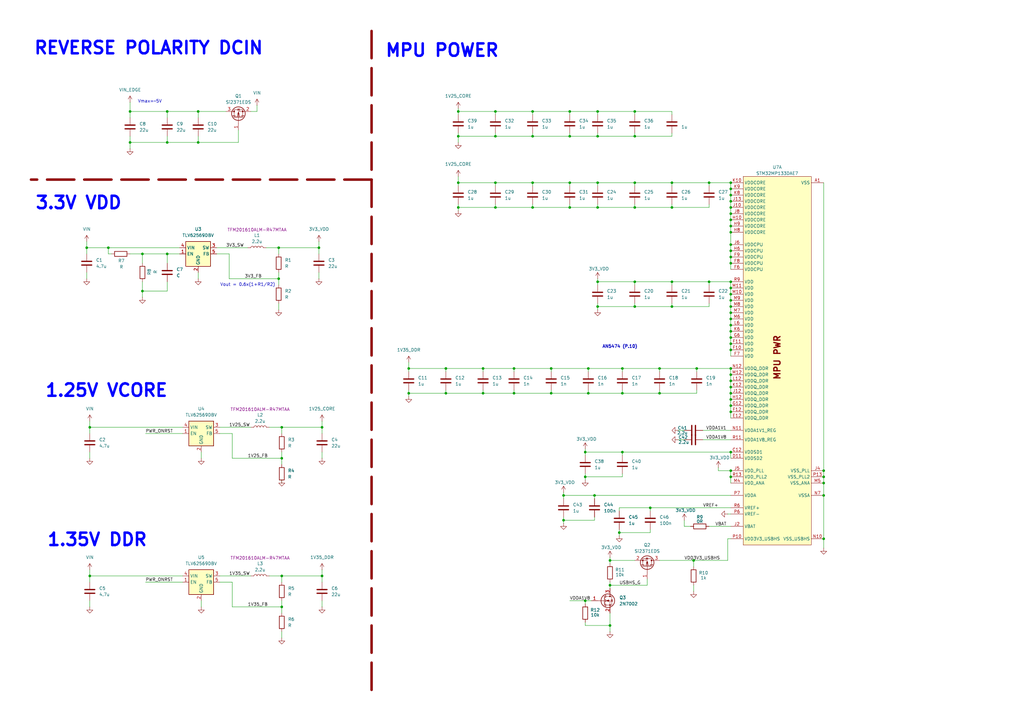
<source format=kicad_sch>
(kicad_sch (version 20250114) (generator "eeschema") (generator_version "9.0")
  (paper "A3")
  (title_block (title "ThingsCore-1") (date "2025-07-17") (rev "1"))
  (text "AN5474 (P.10)" (at 254.254 142.24 0) (effects (font (size 1.27 1.27) (thickness 0.254) (bold yes))))
  (text "1.25V VCORE\n" (at 43.688 160.274 0) (effects (font (size 5.08 5.08) (thickness 1.016) (bold yes))))
  (text "Vmax=~5V" (at 61.468 41.656 0) (effects (font (size 1.27 1.27))))
  (text "1.35V DDR\n" (at 39.878 221.488 0) (effects (font (size 5.08 5.08) (thickness 1.016) (bold yes))))
  (text "REVERSE POLARITY DCIN" (at 60.96 19.812 0) (effects (font (size 5.08 5.08) (thickness 1.016) (bold yes))))
  (text "MPU POWER" (at 181.356 20.828 0) (effects (font (size 5.08 5.08) (thickness 1.016) (bold yes))))
  (text "3.3V VDD" (at 32.258 83.312 0) (effects (font (size 5.08 5.08) (thickness 1.016) (bold yes))))
  (text "Vout = 0.6x(1+R1/R2)" (at 101.6 116.84 0) (effects (font (size 1.27 1.27))))
  (junction (at 266.7 208.28))
  (junction (at 53.34 45.72))
  (junction (at 299.72 143.51))
  (junction (at 250.19 256.54))
  (junction (at 53.34 58.42))
  (junction (at 210.82 151.13))
  (junction (at 240.03 246.38))
  (junction (at 36.83 236.22))
  (junction (at 58.42 119.38))
  (junction (at 275.59 115.57))
  (junction (at 290.83 115.57))
  (junction (at 337.82 220.98))
  (junction (at 203.2 55.88))
  (junction (at 115.57 187.96))
  (junction (at 114.3 114.3))
  (junction (at 299.72 120.65))
  (junction (at 299.72 74.93))
  (junction (at 299.72 82.55))
  (junction (at 299.72 195.58))
  (junction (at 255.27 185.42))
  (junction (at 299.72 105.41))
  (junction (at 299.72 158.75))
  (junction (at 299.72 92.71))
  (junction (at 68.58 58.42))
  (junction (at 270.51 161.29))
  (junction (at 299.72 135.89))
  (junction (at 58.42 104.14))
  (junction (at 241.3 161.29))
  (junction (at 299.72 102.87))
  (junction (at 284.48 229.87))
  (junction (at 299.72 130.81))
  (junction (at 254 218.44))
  (junction (at 245.11 45.72))
  (junction (at 299.72 87.63))
  (junction (at 210.82 161.29))
  (junction (at 255.27 151.13))
  (junction (at 240.03 185.42))
  (junction (at 299.72 123.19))
  (junction (at 187.96 74.93))
  (junction (at 233.68 55.88))
  (junction (at 299.72 95.25))
  (junction (at 114.3 101.6))
  (junction (at 299.72 151.13))
  (junction (at 132.08 175.26))
  (junction (at 81.28 45.72))
  (junction (at 260.35 45.72))
  (junction (at 337.82 203.2))
  (junction (at 245.11 55.88))
  (junction (at 231.14 203.2))
  (junction (at 81.28 58.42))
  (junction (at 275.59 85.09))
  (junction (at 299.72 125.73))
  (junction (at 260.35 125.73))
  (junction (at 337.82 195.58))
  (junction (at 299.72 138.43))
  (junction (at 260.35 55.88))
  (junction (at 130.81 101.6))
  (junction (at 203.2 85.09))
  (junction (at 270.51 151.13))
  (junction (at 240.03 195.58))
  (junction (at 260.35 85.09))
  (junction (at 299.72 118.11))
  (junction (at 299.72 115.57))
  (junction (at 233.68 45.72))
  (junction (at 290.83 74.93))
  (junction (at 115.57 175.26))
  (junction (at 275.59 74.93))
  (junction (at 35.56 101.6))
  (junction (at 198.12 161.29))
  (junction (at 218.44 55.88))
  (junction (at 218.44 45.72))
  (junction (at 299.72 107.95))
  (junction (at 299.72 161.29))
  (junction (at 187.96 45.72))
  (junction (at 243.84 203.2))
  (junction (at 299.72 185.42))
  (junction (at 275.59 125.73))
  (junction (at 245.11 74.93))
  (junction (at 115.57 248.92))
  (junction (at 299.72 77.47))
  (junction (at 226.06 161.29))
  (junction (at 299.72 153.67))
  (junction (at 299.72 168.91))
  (junction (at 299.72 133.35))
  (junction (at 299.72 166.37))
  (junction (at 167.64 161.29))
  (junction (at 241.3 151.13))
  (junction (at 250.19 229.87))
  (junction (at 299.72 156.21))
  (junction (at 299.72 85.09))
  (junction (at 231.14 213.36))
  (junction (at 198.12 151.13))
  (junction (at 182.88 161.29))
  (junction (at 167.64 151.13))
  (junction (at 233.68 85.09))
  (junction (at 203.2 74.93))
  (junction (at 337.82 198.12))
  (junction (at 218.44 74.93))
  (junction (at 115.57 236.22))
  (junction (at 299.72 193.04))
  (junction (at 299.72 140.97))
  (junction (at 226.06 151.13))
  (junction (at 299.72 90.17))
  (junction (at 245.11 85.09))
  (junction (at 36.83 175.26))
  (junction (at 44.45 101.6))
  (junction (at 337.82 193.04))
  (junction (at 299.72 100.33))
  (junction (at 285.75 151.13))
  (junction (at 218.44 85.09))
  (junction (at 260.35 115.57))
  (junction (at 187.96 55.88))
  (junction (at 299.72 128.27))
  (junction (at 260.35 74.93))
  (junction (at 68.58 45.72))
  (junction (at 203.2 45.72))
  (junction (at 132.08 236.22))
  (junction (at 299.72 163.83))
  (junction (at 233.68 74.93))
  (junction (at 245.11 125.73))
  (junction (at 187.96 85.09))
  (junction (at 182.88 151.13))
  (junction (at 245.11 115.57))
  (junction (at 299.72 80.01))
  (junction (at 68.58 104.14))
  (junction (at 255.27 161.29))
  (junction (at 250.19 240.03))
  (wire (pts (xy 115.57 185.42) (xy 115.57 187.96)))
  (wire (pts (xy 255.27 185.42) (xy 299.72 185.42)))
  (wire (pts (xy 210.82 161.29) (xy 226.06 161.29)))
  (wire (pts (xy 245.11 125.73) (xy 245.11 124.46)))
  (wire (pts (xy 290.83 85.09) (xy 290.83 83.82)))
  (wire (pts (xy 284.48 229.87) (xy 284.48 232.41)))
  (wire (pts (xy 298.45 210.82) (xy 299.72 210.82)))
  (wire (pts (xy 95.25 187.96) (xy 115.57 187.96)))
  (wire (pts (xy 284.48 240.03) (xy 284.48 242.57)))
  (wire (pts (xy 233.68 45.72) (xy 218.44 45.72)))
  (wire (pts (xy 245.11 85.09) (xy 260.35 85.09)))
  (wire (pts (xy 53.34 41.91) (xy 53.34 45.72)))
  (wire (pts (xy 233.68 45.72) (xy 233.68 46.99)))
  (wire (pts (xy 250.19 256.54) (xy 250.19 259.08)))
  (wire (pts (xy 294.64 191.77) (xy 294.64 193.04)))
  (wire (pts (xy 105.41 43.18) (xy 105.41 45.72)))
  (wire (pts (xy 36.83 246.38) (xy 36.83 248.92)))
  (wire (pts (xy 299.72 95.25) (xy 299.72 100.33)))
  (wire (pts (xy 53.34 104.14) (xy 58.42 104.14)))
  (wire (pts (xy 299.72 193.04) (xy 294.64 193.04)))
  (wire (pts (xy 187.96 74.93) (xy 187.96 76.2)))
  (wire (pts (xy 245.11 85.09) (xy 245.11 83.82)))
  (wire (pts (xy 299.72 215.9) (xy 290.83 215.9)))
  (wire (pts (xy 90.17 175.26) (xy 102.87 175.26)))
  (wire (pts (xy 81.28 45.72) (xy 81.28 48.26)))
  (wire (pts (xy 260.35 85.09) (xy 275.59 85.09)))
  (wire (pts (xy 68.58 45.72) (xy 81.28 45.72)))
  (wire (pts (xy 114.3 101.6) (xy 114.3 104.14)))
  (wire (pts (xy 250.19 229.87) (xy 250.19 231.14)))
  (wire (pts (xy 198.12 160.02) (xy 198.12 161.29)))
  (wire (pts (xy 278.13 180.34) (xy 280.67 180.34)))
  (wire (pts (xy 53.34 45.72) (xy 53.34 48.26)))
  (wire (pts (xy 299.72 125.73) (xy 299.72 128.27)))
  (wire (pts (xy 240.03 184.15) (xy 240.03 185.42)))
  (wire (pts (xy 265.43 240.03) (xy 265.43 237.49)))
  (wire (pts (xy 59.69 238.76) (xy 74.93 238.76)))
  (wire (pts (xy 299.72 128.27) (xy 299.72 130.81)))
  (wire (pts (xy 275.59 125.73) (xy 275.59 124.46)))
  (wire (pts (xy 337.82 198.12) (xy 337.82 203.2)))
  (wire (pts (xy 95.25 177.8) (xy 95.25 187.96)))
  (wire (pts (xy 299.72 102.87) (xy 299.72 105.41)))
  (wire (pts (xy 250.19 251.46) (xy 250.19 256.54)))
  (wire (pts (xy 167.64 161.29) (xy 167.64 160.02)))
  (wire (pts (xy 187.96 55.88) (xy 187.96 54.61)))
  (wire (pts (xy 210.82 151.13) (xy 210.82 152.4)))
  (wire (pts (xy 241.3 160.02) (xy 241.3 161.29)))
  (wire (pts (xy 275.59 115.57) (xy 275.59 116.84)))
  (wire (pts (xy 241.3 151.13) (xy 255.27 151.13)))
  (wire (pts (xy 240.03 246.38) (xy 242.57 246.38)))
  (wire (pts (xy 255.27 151.13) (xy 270.51 151.13)))
  (wire (pts (xy 81.28 111.76) (xy 81.28 114.3)))
  (wire (pts (xy 233.68 85.09) (xy 245.11 85.09)))
  (wire (pts (xy 299.72 100.33) (xy 299.72 102.87)))
  (wire (pts (xy 255.27 185.42) (xy 255.27 186.69)))
  (wire (pts (xy 45.72 104.14) (xy 44.45 104.14)))
  (wire (pts (xy 58.42 104.14) (xy 58.42 107.95)))
  (wire (pts (xy 35.56 101.6) (xy 35.56 104.14)))
  (wire (pts (xy 285.75 161.29) (xy 285.75 160.02)))
  (wire (pts (xy 275.59 85.09) (xy 275.59 83.82)))
  (wire (pts (xy 299.72 135.89) (xy 299.72 138.43)))
  (wire (pts (xy 68.58 58.42) (xy 81.28 58.42)))
  (wire (pts (xy 132.08 185.42) (xy 132.08 187.96)))
  (wire (pts (xy 102.87 45.72) (xy 105.41 45.72)))
  (wire (pts (xy 299.72 156.21) (xy 299.72 158.75)))
  (wire (pts (xy 115.57 236.22) (xy 132.08 236.22)))
  (wire (pts (xy 187.96 85.09) (xy 187.96 86.36)))
  (wire (pts (xy 132.08 246.38) (xy 132.08 248.92)))
  (wire (pts (xy 203.2 55.88) (xy 203.2 54.61)))
  (wire (pts (xy 114.3 101.6) (xy 130.81 101.6)))
  (wire (pts (xy 299.72 107.95) (xy 299.72 110.49)))
  (wire (pts (xy 90.17 177.8) (xy 95.25 177.8)))
  (wire (pts (xy 132.08 233.68) (xy 132.08 236.22)))
  (wire (pts (xy 260.35 85.09) (xy 260.35 83.82)))
  (wire (pts (xy 299.72 87.63) (xy 299.72 90.17)))
  (wire (pts (xy 53.34 45.72) (xy 68.58 45.72)))
  (wire (pts (xy 275.59 85.09) (xy 290.83 85.09)))
  (wire (pts (xy 275.59 74.93) (xy 275.59 76.2)))
  (wire (pts (xy 36.83 175.26) (xy 36.83 177.8)))
  (wire (pts (xy 275.59 45.72) (xy 275.59 46.99)))
  (wire (pts (xy 243.84 203.2) (xy 231.14 203.2)))
  (wire (pts (xy 299.72 115.57) (xy 290.83 115.57)))
  (wire (pts (xy 90.17 236.22) (xy 102.87 236.22)))
  (wire (pts (xy 260.35 55.88) (xy 275.59 55.88)))
  (wire (pts (xy 53.34 58.42) (xy 53.34 60.96)))
  (wire (pts (xy 167.64 151.13) (xy 167.64 152.4)))
  (wire (pts (xy 299.72 138.43) (xy 299.72 140.97)))
  (wire (pts (xy 81.28 58.42) (xy 97.79 58.42)))
  (wire (pts (xy 95.25 238.76) (xy 95.25 248.92)))
  (wire (pts (xy 88.9 101.6) (xy 101.6 101.6)))
  (wire (pts (xy 58.42 115.57) (xy 58.42 119.38)))
  (wire (pts (xy 280.67 213.36) (xy 280.67 215.9)))
  (wire (pts (xy 299.72 123.19) (xy 299.72 125.73)))
  (wire (pts (xy 115.57 246.38) (xy 115.57 248.92)))
  (polyline (pts (xy 152.4 73.66) (xy 12.7 73.66)) (stroke (width 1.016) (type dash) (color 132 0 0 1)))
  (wire (pts (xy 233.68 74.93) (xy 218.44 74.93)))
  (wire (pts (xy 270.51 151.13) (xy 270.51 152.4)))
  (wire (pts (xy 218.44 74.93) (xy 218.44 76.2)))
  (wire (pts (xy 254 208.28) (xy 266.7 208.28)))
  (wire (pts (xy 82.55 246.38) (xy 82.55 248.92)))
  (wire (pts (xy 250.19 240.03) (xy 265.43 240.03)))
  (wire (pts (xy 337.82 203.2) (xy 337.82 220.98)))
  (wire (pts (xy 275.59 74.93) (xy 260.35 74.93)))
  (wire (pts (xy 218.44 55.88) (xy 233.68 55.88)))
  (wire (pts (xy 299.72 74.93) (xy 290.83 74.93)))
  (wire (pts (xy 298.45 220.98) (xy 299.72 220.98)))
  (wire (pts (xy 203.2 55.88) (xy 218.44 55.88)))
  (wire (pts (xy 132.08 236.22) (xy 132.08 238.76)))
  (wire (pts (xy 255.27 161.29) (xy 270.51 161.29)))
  (wire (pts (xy 275.59 115.57) (xy 260.35 115.57)))
  (wire (pts (xy 203.2 45.72) (xy 218.44 45.72)))
  (wire (pts (xy 250.19 238.76) (xy 250.19 240.03)))
  (wire (pts (xy 243.84 203.2) (xy 299.72 203.2)))
  (wire (pts (xy 290.83 125.73) (xy 290.83 124.46)))
  (wire (pts (xy 36.83 236.22) (xy 36.83 238.76)))
  (wire (pts (xy 299.72 82.55) (xy 299.72 85.09)))
  (wire (pts (xy 115.57 236.22) (xy 115.57 238.76)))
  (wire (pts (xy 299.72 153.67) (xy 299.72 156.21)))
  (wire (pts (xy 255.27 194.31) (xy 255.27 195.58)))
  (wire (pts (xy 240.03 195.58) (xy 240.03 196.85)))
  (wire (pts (xy 270.51 161.29) (xy 285.75 161.29)))
  (wire (pts (xy 95.25 248.92) (xy 115.57 248.92)))
  (wire (pts (xy 115.57 259.08) (xy 115.57 261.62)))
  (wire (pts (xy 58.42 119.38) (xy 58.42 121.92)))
  (wire (pts (xy 299.72 163.83) (xy 299.72 166.37)))
  (wire (pts (xy 255.27 151.13) (xy 255.27 152.4)))
  (wire (pts (xy 210.82 160.02) (xy 210.82 161.29)))
  (wire (pts (xy 245.11 74.93) (xy 245.11 76.2)))
  (wire (pts (xy 231.14 201.93) (xy 231.14 203.2)))
  (wire (pts (xy 233.68 85.09) (xy 233.68 83.82)))
  (wire (pts (xy 218.44 74.93) (xy 203.2 74.93)))
  (wire (pts (xy 299.72 74.93) (xy 299.72 77.47)))
  (wire (pts (xy 299.72 133.35) (xy 299.72 135.89)))
  (wire (pts (xy 233.68 55.88) (xy 245.11 55.88)))
  (wire (pts (xy 68.58 104.14) (xy 73.66 104.14)))
  (wire (pts (xy 254 209.55) (xy 254 208.28)))
  (wire (pts (xy 299.72 151.13) (xy 299.72 153.67)))
  (wire (pts (xy 36.83 233.68) (xy 36.83 236.22)))
  (wire (pts (xy 59.69 177.8) (xy 74.93 177.8)))
  (wire (pts (xy 218.44 55.88) (xy 218.44 54.61)))
  (wire (pts (xy 187.96 55.88) (xy 203.2 55.88)))
  (wire (pts (xy 285.75 151.13) (xy 285.75 152.4)))
  (wire (pts (xy 82.55 185.42) (xy 82.55 187.96)))
  (wire (pts (xy 182.88 160.02) (xy 182.88 161.29)))
  (wire (pts (xy 58.42 119.38) (xy 68.58 119.38)))
  (wire (pts (xy 182.88 161.29) (xy 198.12 161.29)))
  (wire (pts (xy 218.44 85.09) (xy 233.68 85.09)))
  (wire (pts (xy 275.59 125.73) (xy 290.83 125.73)))
  (wire (pts (xy 299.72 85.09) (xy 299.72 87.63)))
  (wire (pts (xy 74.93 236.22) (xy 36.83 236.22)))
  (wire (pts (xy 240.03 195.58) (xy 255.27 195.58)))
  (wire (pts (xy 114.3 124.46) (xy 114.3 127)))
  (wire (pts (xy 245.11 45.72) (xy 245.11 46.99)))
  (wire (pts (xy 53.34 58.42) (xy 68.58 58.42)))
  (wire (pts (xy 288.29 180.34) (xy 299.72 180.34)))
  (wire (pts (xy 250.19 228.6) (xy 250.19 229.87)))
  (wire (pts (xy 299.72 120.65) (xy 299.72 123.19)))
  (wire (pts (xy 260.35 45.72) (xy 260.35 46.99)))
  (wire (pts (xy 233.68 246.38) (xy 240.03 246.38)))
  (wire (pts (xy 44.45 104.14) (xy 44.45 101.6)))
  (wire (pts (xy 226.06 160.02) (xy 226.06 161.29)))
  (wire (pts (xy 167.64 148.59) (xy 167.64 151.13)))
  (wire (pts (xy 299.72 166.37) (xy 299.72 168.91)))
  (wire (pts (xy 58.42 104.14) (xy 68.58 104.14)))
  (wire (pts (xy 299.72 140.97) (xy 299.72 143.51)))
  (wire (pts (xy 81.28 55.88) (xy 81.28 58.42)))
  (wire (pts (xy 36.83 172.72) (xy 36.83 175.26)))
  (wire (pts (xy 130.81 99.06) (xy 130.81 101.6)))
  (wire (pts (xy 231.14 213.36) (xy 231.14 214.63)))
  (wire (pts (xy 298.45 229.87) (xy 298.45 220.98)))
  (wire (pts (xy 68.58 104.14) (xy 68.58 107.95)))
  (wire (pts (xy 218.44 45.72) (xy 218.44 46.99)))
  (wire (pts (xy 243.84 212.09) (xy 243.84 213.36)))
  (wire (pts (xy 290.83 115.57) (xy 275.59 115.57)))
  (wire (pts (xy 260.35 74.93) (xy 245.11 74.93)))
  (wire (pts (xy 278.13 176.53) (xy 280.67 176.53)))
  (wire (pts (xy 337.82 74.93) (xy 337.82 193.04)))
  (wire (pts (xy 167.64 161.29) (xy 167.64 162.56)))
  (wire (pts (xy 245.11 55.88) (xy 245.11 54.61)))
  (wire (pts (xy 270.51 229.87) (xy 284.48 229.87)))
  (wire (pts (xy 299.72 115.57) (xy 299.72 118.11)))
  (wire (pts (xy 275.59 55.88) (xy 275.59 54.61)))
  (wire (pts (xy 115.57 187.96) (xy 115.57 190.5)))
  (wire (pts (xy 266.7 208.28) (xy 299.72 208.28)))
  (wire (pts (xy 266.7 208.28) (xy 266.7 209.55)))
  (wire (pts (xy 260.35 115.57) (xy 245.11 115.57)))
  (wire (pts (xy 255.27 185.42) (xy 240.03 185.42)))
  (wire (pts (xy 240.03 195.58) (xy 240.03 194.31)))
  (wire (pts (xy 132.08 175.26) (xy 132.08 177.8)))
  (wire (pts (xy 81.28 45.72) (xy 92.71 45.72)))
  (wire (pts (xy 187.96 55.88) (xy 187.96 58.42)))
  (wire (pts (xy 241.3 161.29) (xy 255.27 161.29)))
  (wire (pts (xy 115.57 198.12) (xy 115.57 196.85)))
  (wire (pts (xy 231.14 213.36) (xy 243.84 213.36)))
  (wire (pts (xy 109.22 101.6) (xy 114.3 101.6)))
  (wire (pts (xy 240.03 256.54) (xy 240.03 255.27)))
  (wire (pts (xy 299.72 161.29) (xy 299.72 163.83)))
  (wire (pts (xy 254 218.44) (xy 266.7 218.44)))
  (wire (pts (xy 299.72 80.01) (xy 299.72 82.55)))
  (wire (pts (xy 74.93 175.26) (xy 36.83 175.26)))
  (wire (pts (xy 93.98 104.14) (xy 93.98 114.3)))
  (wire (pts (xy 254 217.17) (xy 254 218.44)))
  (wire (pts (xy 68.58 55.88) (xy 68.58 58.42)))
  (wire (pts (xy 73.66 101.6) (xy 44.45 101.6)))
  (wire (pts (xy 187.96 45.72) (xy 203.2 45.72)))
  (wire (pts (xy 283.21 215.9) (xy 280.67 215.9)))
  (wire (pts (xy 245.11 74.93) (xy 233.68 74.93)))
  (wire (pts (xy 187.96 85.09) (xy 203.2 85.09)))
  (wire (pts (xy 198.12 161.29) (xy 210.82 161.29)))
  (wire (pts (xy 299.72 168.91) (xy 299.72 171.45)))
  (wire (pts (xy 288.29 176.53) (xy 299.72 176.53)))
  (wire (pts (xy 218.44 85.09) (xy 218.44 83.82)))
  (polyline (pts (xy 152.4 12.7) (xy 152.4 284.48)) (stroke (width 1.016) (type dash) (color 132 0 0 1)))
  (wire (pts (xy 245.11 125.73) (xy 260.35 125.73)))
  (wire (pts (xy 337.82 220.98) (xy 337.82 224.79)))
  (wire (pts (xy 226.06 151.13) (xy 226.06 152.4)))
  (wire (pts (xy 53.34 55.88) (xy 53.34 58.42)))
  (wire (pts (xy 270.51 151.13) (xy 285.75 151.13)))
  (wire (pts (xy 233.68 74.93) (xy 233.68 76.2)))
  (wire (pts (xy 198.12 151.13) (xy 210.82 151.13)))
  (wire (pts (xy 97.79 53.34) (xy 97.79 58.42)))
  (wire (pts (xy 284.48 229.87) (xy 298.45 229.87)))
  (wire (pts (xy 299.72 195.58) (xy 299.72 198.12)))
  (wire (pts (xy 187.96 45.72) (xy 187.96 46.99)))
  (wire (pts (xy 88.9 104.14) (xy 93.98 104.14)))
  (wire (pts (xy 187.96 74.93) (xy 203.2 74.93)))
  (wire (pts (xy 187.96 85.09) (xy 187.96 83.82)))
  (wire (pts (xy 241.3 151.13) (xy 241.3 152.4)))
  (wire (pts (xy 114.3 114.3) (xy 114.3 116.84)))
  (wire (pts (xy 245.11 125.73) (xy 245.11 127)))
  (wire (pts (xy 240.03 185.42) (xy 240.03 186.69)))
  (wire (pts (xy 245.11 55.88) (xy 260.35 55.88)))
  (wire (pts (xy 132.08 172.72) (xy 132.08 175.26)))
  (wire (pts (xy 115.57 175.26) (xy 132.08 175.26)))
  (wire (pts (xy 68.58 45.72) (xy 68.58 48.26)))
  (wire (pts (xy 260.35 45.72) (xy 245.11 45.72)))
  (wire (pts (xy 187.96 45.72) (xy 187.96 44.45)))
  (wire (pts (xy 203.2 85.09) (xy 218.44 85.09)))
  (wire (pts (xy 130.81 111.76) (xy 130.81 114.3)))
  (wire (pts (xy 110.49 175.26) (xy 115.57 175.26)))
  (wire (pts (xy 233.68 55.88) (xy 233.68 54.61)))
  (wire (pts (xy 299.72 193.04) (xy 299.72 195.58)))
  (wire (pts (xy 130.81 101.6) (xy 130.81 104.14)))
  (wire (pts (xy 210.82 151.13) (xy 226.06 151.13)))
  (wire (pts (xy 110.49 236.22) (xy 115.57 236.22)))
  (wire (pts (xy 299.72 77.47) (xy 299.72 80.01)))
  (wire (pts (xy 93.98 114.3) (xy 114.3 114.3)))
  (wire (pts (xy 187.96 72.39) (xy 187.96 74.93)))
  (wire (pts (xy 203.2 85.09) (xy 203.2 83.82)))
  (wire (pts (xy 299.72 158.75) (xy 299.72 161.29)))
  (wire (pts (xy 290.83 115.57) (xy 290.83 116.84)))
  (wire (pts (xy 245.11 45.72) (xy 233.68 45.72)))
  (wire (pts (xy 44.45 101.6) (xy 35.56 101.6)))
  (wire (pts (xy 260.35 115.57) (xy 260.35 116.84)))
  (wire (pts (xy 299.72 143.51) (xy 299.72 146.05)))
  (wire (pts (xy 275.59 45.72) (xy 260.35 45.72)))
  (wire (pts (xy 198.12 151.13) (xy 198.12 152.4)))
  (wire (pts (xy 337.82 193.04) (xy 337.82 195.58)))
  (wire (pts (xy 115.57 248.92) (xy 115.57 251.46)))
  (wire (pts (xy 250.19 240.03) (xy 250.19 241.3)))
  (wire (pts (xy 337.82 195.58) (xy 337.82 198.12)))
  (wire (pts (xy 167.64 161.29) (xy 182.88 161.29)))
  (wire (pts (xy 182.88 151.13) (xy 198.12 151.13)))
  (wire (pts (xy 245.11 115.57) (xy 245.11 116.84)))
  (wire (pts (xy 285.75 151.13) (xy 299.72 151.13)))
  (wire (pts (xy 260.35 125.73) (xy 260.35 124.46)))
  (wire (pts (xy 270.51 160.02) (xy 270.51 161.29)))
  (wire (pts (xy 68.58 115.57) (xy 68.58 119.38)))
  (wire (pts (xy 182.88 151.13) (xy 182.88 152.4)))
  (wire (pts (xy 35.56 111.76) (xy 35.56 114.3)))
  (wire (pts (xy 299.72 105.41) (xy 299.72 107.95)))
  (wire (pts (xy 203.2 74.93) (xy 203.2 76.2)))
  (wire (pts (xy 35.56 99.06) (xy 35.56 101.6)))
  (wire (pts (xy 240.03 256.54) (xy 250.19 256.54)))
  (wire (pts (xy 90.17 238.76) (xy 95.25 238.76)))
  (wire (pts (xy 266.7 218.44) (xy 266.7 217.17)))
  (wire (pts (xy 231.14 213.36) (xy 231.14 212.09)))
  (wire (pts (xy 255.27 160.02) (xy 255.27 161.29)))
  (wire (pts (xy 203.2 45.72) (xy 203.2 46.99)))
  (wire (pts (xy 260.35 125.73) (xy 275.59 125.73)))
  (wire (pts (xy 260.35 55.88) (xy 260.35 54.61)))
  (wire (pts (xy 226.06 161.29) (xy 241.3 161.29)))
  (wire (pts (xy 245.11 114.3) (xy 245.11 115.57)))
  (wire (pts (xy 254 218.44) (xy 254 219.71)))
  (wire (pts (xy 299.72 187.96) (xy 299.72 185.42)))
  (wire (pts (xy 299.72 118.11) (xy 299.72 120.65)))
  (wire (pts (xy 114.3 111.76) (xy 114.3 114.3)))
  (wire (pts (xy 299.72 92.71) (xy 299.72 95.25)))
  (wire (pts (xy 231.14 203.2) (xy 231.14 204.47)))
  (wire (pts (xy 290.83 74.93) (xy 290.83 76.2)))
  (wire (pts (xy 167.64 151.13) (xy 182.88 151.13)))
  (wire (pts (xy 299.72 90.17) (xy 299.72 92.71)))
  (wire (pts (xy 290.83 74.93) (xy 275.59 74.93)))
  (wire (pts (xy 243.84 203.2) (xy 243.84 204.47)))
  (wire (pts (xy 36.83 185.42) (xy 36.83 187.96)))
  (wire (pts (xy 260.35 74.93) (xy 260.35 76.2)))
  (wire (pts (xy 115.57 175.26) (xy 115.57 177.8)))
  (wire (pts (xy 240.03 246.38) (xy 240.03 247.65)))
  (wire (pts (xy 299.72 130.81) (xy 299.72 133.35)))
  (wire (pts (xy 250.19 229.87) (xy 260.35 229.87)))
  (wire (pts (xy 226.06 151.13) (xy 241.3 151.13)))
  (label "1V35_SW" (at 93.98 236.22 0))
  (label "PWR_ONRST" (at 59.69 177.8 0))
  (label "USBHS_G" (at 254 240.03 0))
  (label "1V25_FB" (at 101.6 187.96 0))
  (label "1V25_SW" (at 93.98 175.26 0))
  (label "3V3_FB" (at 100.33 114.3 0))
  (label "VREF+" (at 288.29 208.28 0))
  (label "1V35_FB" (at 101.6 248.92 0))
  (label "VDDA1V1" (at 289.56 176.53 0))
  (label "PWR_ONRST" (at 59.69 238.76 0))
  (label "3V3_SW" (at 92.71 101.6 0))
  (label "VDDA1V8" (at 233.68 246.38 0))
  (label "VBAT" (at 293.37 215.9 0))
  (label "VDD3V3_USBHS" (at 280.67 229.87 0))
  (label "VDDA1V8" (at 289.56 180.34 0))
  (symbol (lib_id "power:+1V0") (at 36.83 172.72 0) (unit 1)
    (property "Reference" "#PWR04" (effects (hide yes)))
    (property "Value" "VIN" (at 36.83 167.64 0))
    (property "Description" "Power symbol creates a global label with name \"+1V0\"" (effects (hide yes)))
  )
  (symbol (lib_id "Device:C") (at 233.68 50.8 180) (unit 1)
    (property "Reference" "C34" (at 237.49 49.5299 0) (effects (justify right)))
    (property "Value" "1u" (at 237.49 52.0699 0) (effects (justify right)))
    (property "Footprint" "Capacitor_SMD:C_0402_1005Metric" (effects (hide yes)))
    (property "Description" "Unpolarized capacitor" (effects (hide yes)))
  )
  (symbol (lib_id "Device:L") (at 105.41 101.6 90) (unit 1)
    (property "Reference" "L1" (at 105.41 96.52 90))
    (property "Value" "2.2u" (at 105.41 99.06 90))
    (property "Footprint" "Inductor_SMD:L_Murata_DFE201610P" (effects (hide yes)))
    (property "Description" "TFM201610ALM-R47MTAA" (at 105.41 94.234 90))
  )
  (symbol (lib_id "Device:C") (at 284.48 176.53 270) (unit 1)
    (property "Reference" "C41" (at 279.908 175.514 90))
    (property "Value" "2.2u" (at 279.908 177.546 90))
    (property "Footprint" "Capacitor_SMD:C_0402_1005Metric" (effects (hide yes)))
    (property "Description" "Unpolarized capacitor" (effects (hide yes)))
  )
  (symbol (lib_id "Device:R") (at 284.48 236.22 180) (unit 1)
    (property "Reference" "R10" (at 288.544 234.95 0))
    (property "Value" "1k" (at 288.544 236.982 0))
    (property "Footprint" "Resistor_SMD:R_0402_1005Metric" (effects (hide yes)))
    (property "Description" "Resistor" (effects (hide yes)))
  )
  (symbol (lib_id "Regulator_Switching:TLV62569DBV") (at 82.55 177.8 0) (unit 1)
    (property "Reference" "U4" (at 82.55 167.64 0))
    (property "Value" "TLV62569DBV" (at 82.55 170.18 0))
    (property "Footprint" "Package_TO_SOT_SMD:SOT-23-5_HandSoldering" (effects (hide yes)))
    (property "Datasheet" "http://www.ti.com/lit/ds/symlink/tlv62569.pdf" (effects (hide yes)))
    (property "Description" "High Efficiency Synchronous Buck Converter, Adjustable Output 0.6V-5.5V, 2A, SOT-23-5" (effects (hide yes)))
  )
  (symbol (lib_id "Device:C") (at 275.59 120.65 180) (unit 1)
    (property "Reference" "C21" (at 279.4 119.3799 0) (effects (justify right)))
    (property "Value" "1u" (at 279.4 121.9199 0) (effects (justify right)))
    (property "Footprint" "Capacitor_SMD:C_0402_1005Metric" (effects (hide yes)))
    (property "Description" "Unpolarized capacitor" (effects (hide yes)))
  )
  (symbol (lib_id "power:+1V0") (at 105.41 43.18 0) (unit 1)
    (property "Reference" "#PWR020" (effects (hide yes)))
    (property "Value" "VIN" (at 105.41 38.1 0))
    (property "Description" "Power symbol creates a global label with name \"+1V0\"" (effects (hide yes)))
  )
  (symbol (lib_id "power:GND") (at 240.03 196.85 0) (unit 1)
    (property "Reference" "#PWR033" (effects (hide yes)))
    (property "Value" "GND" (effects (hide yes)))
    (property "Description" "Power symbol creates a global label with name \"GND\" , ground" (effects (hide yes)))
  )
  (symbol (lib_id "Transistor_FET:Si2371EDS") (at 97.79 48.26 90) (unit 1)
    (property "Reference" "Q1" (at 97.79 39.37 90))
    (property "Value" "Si2371EDS" (at 97.79 41.91 90))
    (property "Footprint" "Package_TO_SOT_SMD:SOT-23" (effects (hide yes)))
    (property "Datasheet" "http://www.vishay.com/docs/63924/si2371eds.pdf" (effects (hide yes)))
    (property "Description" "-3.6A Id, -30V Vds, P-Channel MOSFET, SOT-23" (effects (hide yes)))
  )
  (symbol (lib_id "power:GND") (at 187.96 58.42 0) (unit 1)
    (property "Reference" "#PWR030" (effects (hide yes)))
    (property "Value" "GND" (effects (hide yes)))
    (property "Description" "Power symbol creates a global label with name \"GND\" , ground" (effects (hide yes)))
  )
  (symbol (lib_id "power:GND") (at 284.48 242.57 0) (unit 1)
    (property "Reference" "#PWR042" (effects (hide yes)))
    (property "Value" "GND" (effects (hide yes)))
    (property "Description" "Power symbol creates a global label with name \"GND\" , ground" (effects (hide yes)))
  )
  (symbol (lib_id "Device:C") (at 231.14 208.28 180) (unit 1)
    (property "Reference" "C43" (at 234.95 207.0099 0) (effects (justify right)))
    (property "Value" "1u" (at 234.95 209.5499 0) (effects (justify right)))
    (property "Footprint" "Capacitor_SMD:C_0402_1005Metric" (effects (hide yes)))
    (property "Description" "Unpolarized capacitor" (effects (hide yes)))
  )
  (symbol (lib_id "power:+1V0") (at 167.64 148.59 0) (mirror y) (unit 1)
    (property "Reference" "#PWR024" (effects (hide yes)))
    (property "Value" "1V35_DDR" (at 167.64 143.51 0))
    (property "Description" "Power symbol creates a global label with name \"+1V0\"" (effects (hide yes)))
  )
  (symbol (lib_id "Device:C") (at 187.96 80.01 180) (unit 1)
    (property "Reference" "C28" (at 191.77 78.7399 0) (effects (justify right)))
    (property "Value" "1u" (at 191.77 81.2799 0) (effects (justify right)))
    (property "Footprint" "Capacitor_SMD:C_0402_1005Metric" (effects (hide yes)))
    (property "Description" "Unpolarized capacitor" (effects (hide yes)))
  )
  (symbol (lib_id "Device:C") (at 243.84 208.28 180) (unit 1)
    (property "Reference" "C44" (at 247.65 207.0099 0) (effects (justify right)))
    (property "Value" "100n" (at 247.65 209.5499 0) (effects (justify right)))
    (property "Footprint" "Capacitor_SMD:C_0402_1005Metric" (effects (hide yes)))
    (property "Description" "Unpolarized capacitor" (effects (hide yes)))
  )
  (symbol (lib_id "Regulator_Switching:TLV62569DBV") (at 81.28 104.14 0) (unit 1)
    (property "Reference" "U3" (at 81.28 93.98 0))
    (property "Value" "TLV62569DBV" (at 81.28 96.52 0))
    (property "Footprint" "Package_TO_SOT_SMD:SOT-23-5_HandSoldering" (effects (hide yes)))
    (property "Datasheet" "http://www.ti.com/lit/ds/symlink/tlv62569.pdf" (effects (hide yes)))
    (property "Description" "High Efficiency Synchronous Buck Converter, Adjustable Output 0.6V-5.5V, 2A, SOT-23-5" (effects (hide yes)))
  )
  (symbol (lib_id "power:+1V0") (at 132.08 172.72 0) (unit 1)
    (property "Reference" "#PWR010" (effects (hide yes)))
    (property "Value" "1V25_CORE" (at 132.08 167.64 0))
    (property "Description" "Power symbol creates a global label with name \"+1V0\"" (effects (hide yes)))
  )
  (symbol (lib_id "Transistor_FET:Si2371EDS") (at 265.43 232.41 270) (mirror x) (unit 1)
    (property "Reference" "Q2" (at 265.43 223.52 90))
    (property "Value" "Si2371EDS" (at 265.43 226.06 90))
    (property "Footprint" "Package_TO_SOT_SMD:SOT-23" (effects (hide yes)))
    (property "Datasheet" "http://www.vishay.com/docs/63924/si2371eds.pdf" (effects (hide yes)))
    (property "Description" "-3.6A Id, -30V Vds, P-Channel MOSFET, SOT-23" (effects (hide yes)))
  )
  (symbol (lib_id "Device:C") (at 210.82 156.21 180) (unit 1)
    (property "Reference" "C14" (at 214.63 154.9399 0) (effects (justify right)))
    (property "Value" "1n" (at 214.63 157.4799 0) (effects (justify right)))
    (property "Footprint" "Capacitor_SMD:C_0402_1005Metric" (effects (hide yes)))
    (property "Description" "Unpolarized capacitor" (effects (hide yes)))
  )
  (symbol (lib_id "Regulator_Switching:TLV62569DBV") (at 82.55 238.76 0) (unit 1)
    (property "Reference" "U5" (at 82.55 228.6 0))
    (property "Value" "TLV62569DBV" (at 82.55 231.14 0))
    (property "Footprint" "Package_TO_SOT_SMD:SOT-23-5_HandSoldering" (effects (hide yes)))
    (property "Datasheet" "http://www.ti.com/lit/ds/symlink/tlv62569.pdf" (effects (hide yes)))
    (property "Description" "High Efficiency Synchronous Buck Converter, Adjustable Output 0.6V-5.5V, 2A, SOT-23-5" (effects (hide yes)))
  )
  (symbol (lib_id "Device:R") (at 114.3 120.65 0) (unit 1)
    (property "Reference" "R2" (at 116.84 119.3799 0) (effects (justify left)))
    (property "Value" "R" (at 116.84 121.9199 0) (effects (justify left)))
    (property "Footprint" "Resistor_SMD:R_0402_1005Metric" (effects (hide yes)))
    (property "Description" "Resistor" (effects (hide yes)))
  )
  (symbol (lib_id "power:GND") (at 250.19 259.08 0) (unit 1)
    (property "Reference" "#PWR044" (effects (hide yes)))
    (property "Value" "GND" (effects (hide yes)))
    (property "Description" "Power symbol creates a global label with name \"GND\" , ground" (effects (hide yes)))
  )
  (symbol (lib_id "Device:C") (at 284.48 180.34 270) (unit 1)
    (property "Reference" "C42" (at 280.162 179.324 90))
    (property "Value" "2.2u" (at 280.416 181.356 90))
    (property "Footprint" "Capacitor_SMD:C_0402_1005Metric" (effects (hide yes)))
    (property "Description" "Unpolarized capacitor" (effects (hide yes)))
  )
  (symbol (lib_id "Device:C") (at 187.96 50.8 180) (unit 1)
    (property "Reference" "C39" (at 191.77 49.5299 0) (effects (justify right)))
    (property "Value" "1u" (at 191.77 52.0699 0) (effects (justify right)))
    (property "Footprint" "Capacitor_SMD:C_0402_1005Metric" (effects (hide yes)))
    (property "Description" "Unpolarized capacitor" (effects (hide yes)))
  )
  (symbol (lib_id "Device:C") (at 290.83 120.65 180) (unit 1)
    (property "Reference" "C22" (at 294.64 119.3799 0) (effects (justify right)))
    (property "Value" "1u" (at 294.64 121.9199 0) (effects (justify right)))
    (property "Footprint" "Capacitor_SMD:C_0402_1005Metric" (effects (hide yes)))
    (property "Description" "Unpolarized capacitor" (effects (hide yes)))
  )
  (symbol (lib_id "Device:C") (at 36.83 242.57 180) (unit 1)
    (property "Reference" "C5" (at 40.64 241.2999 0) (effects (justify right)))
    (property "Value" "4.7u" (at 40.64 243.8399 0) (effects (justify right)))
    (property "Footprint" "Capacitor_SMD:C_0603_1608Metric" (effects (hide yes)))
    (property "Description" "Unpolarized capacitor" (effects (hide yes)))
  )
  (symbol (lib_id "Device:C") (at 245.11 50.8 180) (unit 1)
    (property "Reference" "C35" (at 248.92 49.5299 0) (effects (justify right)))
    (property "Value" "1u" (at 248.92 52.0699 0) (effects (justify right)))
    (property "Footprint" "Capacitor_SMD:C_0402_1005Metric" (effects (hide yes)))
    (property "Description" "Unpolarized capacitor" (effects (hide yes)))
  )
  (symbol (lib_id "Device:C") (at 255.27 156.21 180) (unit 1)
    (property "Reference" "C17" (at 259.08 154.9399 0) (effects (justify right)))
    (property "Value" "1n" (at 259.08 157.4799 0) (effects (justify right)))
    (property "Footprint" "Capacitor_SMD:C_0402_1005Metric" (effects (hide yes)))
    (property "Description" "Unpolarized capacitor" (effects (hide yes)))
  )
  (symbol (lib_id "Device:R") (at 287.02 215.9 90) (unit 1)
    (property "Reference" "R9" (at 287.02 212.09 90))
    (property "Value" "0R" (at 287.02 213.868 90))
    (property "Footprint" "Resistor_SMD:R_0402_1005Metric" (effects (hide yes)))
    (property "Description" "Resistor" (effects (hide yes)))
  )
  (symbol (lib_id "Device:C") (at 203.2 50.8 180) (unit 1)
    (property "Reference" "C32" (at 207.01 49.5299 0) (effects (justify right)))
    (property "Value" "1u" (at 207.01 52.0699 0) (effects (justify right)))
    (property "Footprint" "Capacitor_SMD:C_0402_1005Metric" (effects (hide yes)))
    (property "Description" "Unpolarized capacitor" (effects (hide yes)))
  )
  (symbol (lib_id "power:+1V0") (at 130.81 99.06 0) (unit 1)
    (property "Reference" "#PWR08" (effects (hide yes)))
    (property "Value" "3V3_VDD" (at 130.81 93.98 0))
    (property "Description" "Power symbol creates a global label with name \"+1V0\"" (effects (hide yes)))
  )
  (symbol (lib_id "power:GND") (at 115.57 261.62 0) (unit 1)
    (property "Reference" "#PWR015" (effects (hide yes)))
    (property "Value" "GND" (effects (hide yes)))
    (property "Description" "Power symbol creates a global label with name \"GND\" , ground" (effects (hide yes)))
  )
  (symbol (lib_id "power:GND") (at 132.08 187.96 0) (unit 1)
    (property "Reference" "#PWR011" (effects (hide yes)))
    (property "Value" "GND" (effects (hide yes)))
    (property "Description" "Power symbol creates a global label with name \"GND\" , ground" (effects (hide yes)))
  )
  (symbol (lib_id "Device:R") (at 115.57 194.31 0) (unit 1)
    (property "Reference" "R4" (at 118.11 193.0399 0) (effects (justify left)))
    (property "Value" "R" (at 118.11 195.5799 0) (effects (justify left)))
    (property "Footprint" "Resistor_SMD:R_0402_1005Metric" (effects (hide yes)))
    (property "Description" "Resistor" (effects (hide yes)))
  )
  (symbol (lib_id "power:GND") (at 167.64 162.56 0) (unit 1)
    (property "Reference" "#PWR025" (effects (hide yes)))
    (property "Value" "GND" (effects (hide yes)))
    (property "Description" "Power symbol creates a global label with name \"GND\" , ground" (effects (hide yes)))
  )
  (symbol (lib_id "Device:C") (at 218.44 80.01 180) (unit 1)
    (property "Reference" "C30" (at 222.25 78.7399 0) (effects (justify right)))
    (property "Value" "1u" (at 222.25 81.2799 0) (effects (justify right)))
    (property "Footprint" "Capacitor_SMD:C_0402_1005Metric" (effects (hide yes)))
    (property "Description" "Unpolarized capacitor" (effects (hide yes)))
  )
  (symbol (lib_id "power:GND") (at 231.14 214.63 0) (unit 1)
    (property "Reference" "#PWR038" (effects (hide yes)))
    (property "Value" "GND" (effects (hide yes)))
    (property "Description" "Power symbol creates a global label with name \"GND\" , ground" (effects (hide yes)))
  )
  (symbol (lib_id "power:GND") (at 115.57 196.85 0) (unit 1)
    (property "Reference" "#PWR07" (effects (hide yes)))
    (property "Value" "GND" (effects (hide yes)))
    (property "Description" "Power symbol creates a global label with name \"GND\" , ground" (effects (hide yes)))
  )
  (symbol (lib_id "Device:R") (at 115.57 242.57 0) (unit 1)
    (property "Reference" "R5" (at 118.11 241.2999 0) (effects (justify left)))
    (property "Value" "R" (at 118.11 243.8399 0) (effects (justify left)))
    (property "Footprint" "Resistor_SMD:R_0402_1005Metric" (effects (hide yes)))
    (property "Description" "Resistor" (effects (hide yes)))
  )
  (symbol (lib_id "power:+1V0") (at 36.83 233.68 0) (unit 1)
    (property "Reference" "#PWR012" (effects (hide yes)))
    (property "Value" "VIN" (at 36.83 228.6 0))
    (property "Description" "Power symbol creates a global label with name \"+1V0\"" (effects (hide yes)))
  )
  (symbol (lib_id "Device:C") (at 266.7 213.36 180) (unit 1)
    (property "Reference" "C46" (at 270.51 212.0899 0) (effects (justify right)))
    (property "Value" "100n" (at 270.51 214.6299 0) (effects (justify right)))
    (property "Footprint" "Capacitor_SMD:C_0402_1005Metric" (effects (hide yes)))
    (property "Description" "Unpolarized capacitor" (effects (hide yes)))
  )
  (symbol (lib_id "power:GND") (at 36.83 248.92 0) (unit 1)
    (property "Reference" "#PWR013" (effects (hide yes)))
    (property "Value" "GND" (effects (hide yes)))
    (property "Description" "Power symbol creates a global label with name \"GND\" , ground" (effects (hide yes)))
  )
  (symbol (lib_id "Device:C") (at 260.35 80.01 180) (unit 1)
    (property "Reference" "C25" (at 264.16 78.7399 0) (effects (justify right)))
    (property "Value" "1u" (at 264.16 81.2799 0) (effects (justify right)))
    (property "Footprint" "Capacitor_SMD:C_0402_1005Metric" (effects (hide yes)))
    (property "Description" "Unpolarized capacitor" (effects (hide yes)))
  )
  (symbol (lib_id "Device:C") (at 255.27 190.5 180) (unit 1)
    (property "Reference" "C40" (at 259.08 189.2299 0) (effects (justify right)))
    (property "Value" "1u" (at 259.08 191.7699 0) (effects (justify right)))
    (property "Footprint" "Capacitor_SMD:C_0402_1005Metric" (effects (hide yes)))
    (property "Description" "Unpolarized capacitor" (effects (hide yes)))
  )
  (symbol (lib_id "power:GND") (at 130.81 114.3 0) (unit 1)
    (property "Reference" "#PWR09" (effects (hide yes)))
    (property "Value" "GND" (effects (hide yes)))
    (property "Description" "Power symbol creates a global label with name \"GND\" , ground" (effects (hide yes)))
  )
  (symbol (lib_id "power:GND") (at 187.96 86.36 0) (unit 1)
    (property "Reference" "#PWR029" (effects (hide yes)))
    (property "Value" "GND" (effects (hide yes)))
    (property "Description" "Power symbol creates a global label with name \"GND\" , ground" (effects (hide yes)))
  )
  (symbol (lib_id "power:GND") (at 245.11 127 0) (unit 1)
    (property "Reference" "#PWR028" (effects (hide yes)))
    (property "Value" "GND" (effects (hide yes)))
    (property "Description" "Power symbol creates a global label with name \"GND\" , ground" (effects (hide yes)))
  )
  (symbol (lib_id "Device:C") (at 290.83 80.01 180) (unit 1)
    (property "Reference" "C27" (at 294.64 78.7399 0) (effects (justify right)))
    (property "Value" "1u" (at 294.64 81.2799 0) (effects (justify right)))
    (property "Footprint" "Capacitor_SMD:C_0402_1005Metric" (effects (hide yes)))
    (property "Description" "Unpolarized capacitor" (effects (hide yes)))
  )
  (symbol (lib_id "Device:C") (at 132.08 242.57 180) (unit 1)
    (property "Reference" "C6" (at 135.89 241.2999 0) (effects (justify right)))
    (property "Value" "22u" (at 135.89 243.8399 0) (effects (justify right)))
    (property "Footprint" "Capacitor_SMD:C_0805_2012Metric" (effects (hide yes)))
    (property "Description" "Unpolarized capacitor" (effects (hide yes)))
  )
  (symbol (lib_id "Device:C") (at 260.35 50.8 180) (unit 1)
    (property "Reference" "C36" (at 264.16 49.5299 0) (effects (justify right)))
    (property "Value" "1u" (at 264.16 52.0699 0) (effects (justify right)))
    (property "Footprint" "Capacitor_SMD:C_0402_1005Metric" (effects (hide yes)))
    (property "Description" "Unpolarized capacitor" (effects (hide yes)))
  )
  (symbol (lib_id "Device:C") (at 270.51 156.21 180) (unit 1)
    (property "Reference" "C18" (at 274.32 154.9399 0) (effects (justify right)))
    (property "Value" "1n" (at 274.32 157.4799 0) (effects (justify right)))
    (property "Footprint" "Capacitor_SMD:C_0402_1005Metric" (effects (hide yes)))
    (property "Description" "Unpolarized capacitor" (effects (hide yes)))
  )
  (symbol (lib_id "power:+1V0") (at 240.03 184.15 0) (unit 1)
    (property "Reference" "#PWR032" (effects (hide yes)))
    (property "Value" "3V3_VDD" (at 240.538 180.086 0))
    (property "Description" "Power symbol creates a global label with name \"+1V0\"" (effects (hide yes)))
  )
  (symbol (lib_id "power:GND") (at 81.28 114.3 0) (unit 1)
    (property "Reference" "#PWR02" (effects (hide yes)))
    (property "Value" "GND" (effects (hide yes)))
    (property "Description" "Power symbol creates a global label with name \"GND\" , ground" (effects (hide yes)))
  )
  (symbol (lib_id "Device:R") (at 58.42 111.76 180) (unit 1)
    (property "Reference" "R8" (at 61.214 111.506 90))
    (property "Value" "R" (at 63.754 111.506 90))
    (property "Footprint" "Resistor_SMD:R_0402_1005Metric" (effects (hide yes)))
    (property "Description" "Resistor" (effects (hide yes)))
  )
  (symbol (lib_id "Device:C") (at 218.44 50.8 180) (unit 1)
    (property "Reference" "C33" (at 222.25 49.5299 0) (effects (justify right)))
    (property "Value" "1u" (at 222.25 52.0699 0) (effects (justify right)))
    (property "Footprint" "Capacitor_SMD:C_0402_1005Metric" (effects (hide yes)))
    (property "Description" "Unpolarized capacitor" (effects (hide yes)))
  )
  (symbol (lib_id "Device:R") (at 49.53 104.14 90) (unit 1)
    (property "Reference" "R7" (at 49.784 106.934 90))
    (property "Value" "R" (at 49.784 109.474 90))
    (property "Footprint" "Resistor_SMD:R_0402_1005Metric" (effects (hide yes)))
    (property "Description" "Resistor" (effects (hide yes)))
  )
  (symbol (lib_id "power:+1V0") (at 132.08 233.68 0) (unit 1)
    (property "Reference" "#PWR017" (effects (hide yes)))
    (property "Value" "1V35_DDR" (at 132.08 228.6 0))
    (property "Description" "Power symbol creates a global label with name \"+1V0\"" (effects (hide yes)))
  )
  (symbol (lib_id "Device:C") (at 182.88 156.21 180) (unit 1)
    (property "Reference" "C12" (at 186.69 154.9399 0) (effects (justify right)))
    (property "Value" "1u" (at 186.69 157.4799 0) (effects (justify right)))
    (property "Footprint" "Capacitor_SMD:C_0402_1005Metric" (effects (hide yes)))
    (property "Description" "Unpolarized capacitor" (effects (hide yes)))
  )
  (symbol (lib_id "Device:C") (at 81.28 52.07 180) (unit 1)
    (property "Reference" "C10" (at 85.09 50.7999 0) (effects (justify right)))
    (property "Value" "22u" (at 85.09 53.3399 0) (effects (justify right)))
    (property "Footprint" "Capacitor_SMD:C_0805_2012Metric" (effects (hide yes)))
    (property "Description" "Unpolarized capacitor" (effects (hide yes)))
  )
  (symbol (lib_id "Device:C") (at 233.68 80.01 180) (unit 1)
    (property "Reference" "C31" (at 237.49 78.7399 0) (effects (justify right)))
    (property "Value" "1u" (at 237.49 81.2799 0) (effects (justify right)))
    (property "Footprint" "Capacitor_SMD:C_0402_1005Metric" (effects (hide yes)))
    (property "Description" "Unpolarized capacitor" (effects (hide yes)))
  )
  (symbol (lib_id "power:+1V0") (at 280.67 213.36 0) (unit 1)
    (property "Reference" "#PWR041" (effects (hide yes)))
    (property "Value" "3V3_VDD" (at 281.178 209.296 0))
    (property "Description" "Power symbol creates a global label with name \"+1V0\"" (effects (hide yes)))
  )
  (symbol (lib_id "power:GND") (at 278.13 176.53 270) (unit 1)
    (property "Reference" "#PWR034" (effects (hide yes)))
    (property "Value" "GND" (effects (hide yes)))
    (property "Description" "Power symbol creates a global label with name \"GND\" , ground" (effects (hide yes)))
  )
  (symbol (lib_id "Device:C") (at 167.64 156.21 180) (unit 1)
    (property "Reference" "C11" (at 171.45 154.9399 0) (effects (justify right)))
    (property "Value" "1u" (at 171.45 157.4799 0) (effects (justify right)))
    (property "Footprint" "Capacitor_SMD:C_0402_1005Metric" (effects (hide yes)))
    (property "Description" "Unpolarized capacitor" (effects (hide yes)))
  )
  (symbol (lib_id "power:GND") (at 337.82 224.79 0) (unit 1)
    (property "Reference" "#PWR023" (effects (hide yes)))
    (property "Value" "GND" (effects (hide yes)))
    (property "Description" "Power symbol creates a global label with name \"GND\" , ground" (effects (hide yes)))
  )
  (symbol (lib_id "Device:C") (at 285.75 156.21 180) (unit 1)
    (property "Reference" "C19" (at 289.56 154.9399 0) (effects (justify right)))
    (property "Value" "1n" (at 289.56 157.4799 0) (effects (justify right)))
    (property "Footprint" "Capacitor_SMD:C_0402_1005Metric" (effects (hide yes)))
    (property "Description" "Unpolarized capacitor" (effects (hide yes)))
  )
  (symbol (lib_id "Device:C") (at 254 213.36 180) (unit 1)
    (property "Reference" "C45" (at 257.81 212.0899 0) (effects (justify right)))
    (property "Value" "1u" (at 257.81 214.6299 0) (effects (justify right)))
    (property "Footprint" "Capacitor_SMD:C_0402_1005Metric" (effects (hide yes)))
    (property "Description" "Unpolarized capacitor" (effects (hide yes)))
  )
  (symbol (lib_id "power:GND") (at 298.45 210.82 270) (unit 1)
    (property "Reference" "#PWR040" (effects (hide yes)))
    (property "Value" "GND" (effects (hide yes)))
    (property "Description" "Power symbol creates a global label with name \"GND\" , ground" (effects (hide yes)))
  )
  (symbol (lib_id "Device:C") (at 53.34 52.07 180) (unit 1)
    (property "Reference" "C8" (at 57.15 50.7999 0) (effects (justify right)))
    (property "Value" "22u" (at 57.15 53.3399 0) (effects (justify right)))
    (property "Footprint" "Capacitor_SMD:C_0805_2012Metric" (effects (hide yes)))
    (property "Description" "Unpolarized capacitor" (effects (hide yes)))
  )
  (symbol (lib_id "Device:C") (at 132.08 181.61 180) (unit 1)
    (property "Reference" "C4" (at 135.89 180.3399 0) (effects (justify right)))
    (property "Value" "22u" (at 135.89 182.8799 0) (effects (justify right)))
    (property "Footprint" "Capacitor_SMD:C_0805_2012Metric" (effects (hide yes)))
    (property "Description" "Unpolarized capacitor" (effects (hide yes)))
  )
  (symbol (lib_id "power:+1V0") (at 245.11 114.3 0) (unit 1)
    (property "Reference" "#PWR026" (effects (hide yes)))
    (property "Value" "3V3_VDD" (at 245.618 110.236 0))
    (property "Description" "Power symbol creates a global label with name \"+1V0\"" (effects (hide yes)))
  )
  (symbol (lib_id "Device:C") (at 245.11 80.01 180) (unit 1)
    (property "Reference" "C24" (at 248.92 78.7399 0) (effects (justify right)))
    (property "Value" "1u" (at 248.92 81.2799 0) (effects (justify right)))
    (property "Footprint" "Capacitor_SMD:C_0402_1005Metric" (effects (hide yes)))
    (property "Description" "Unpolarized capacitor" (effects (hide yes)))
  )
  (symbol (lib_id "Device:R") (at 115.57 181.61 0) (unit 1)
    (property "Reference" "R3" (at 118.11 180.3399 0) (effects (justify left)))
    (property "Value" "R" (at 118.11 182.8799 0) (effects (justify left)))
    (property "Footprint" "Resistor_SMD:R_0402_1005Metric" (effects (hide yes)))
    (property "Description" "Resistor" (effects (hide yes)))
  )
  (symbol (lib_id "power:+1V0") (at 187.96 72.39 0) (unit 1)
    (property "Reference" "#PWR027" (effects (hide yes)))
    (property "Value" "1V25_CORE" (at 187.96 67.31 0))
    (property "Description" "Power symbol creates a global label with name \"+1V0\"" (effects (hide yes)))
  )
  (symbol (lib_id "Device:C") (at 240.03 190.5 180) (unit 1)
    (property "Reference" "C38" (at 243.84 189.2299 0) (effects (justify right)))
    (property "Value" "1u" (at 243.84 191.7699 0) (effects (justify right)))
    (property "Footprint" "Capacitor_SMD:C_0402_1005Metric" (effects (hide yes)))
    (property "Description" "Unpolarized capacitor" (effects (hide yes)))
  )
  (symbol (lib_id "Transistor_FET:2N7002") (at 247.65 246.38 0) (unit 1)
    (property "Reference" "Q3" (at 254 245.1099 0) (effects (justify left)))
    (property "Value" "2N7002" (at 254 247.6499 0) (effects (justify left)))
    (property "Footprint" "Package_TO_SOT_SMD:SOT-23" (effects (hide yes)))
    (property "Datasheet" "https://www.onsemi.com/pub/Collateral/NDS7002A-D.PDF" (effects (hide yes)))
    (property "Description" "0.115A Id, 60V Vds, N-Channel MOSFET, SOT-23" (effects (hide yes)))
  )
  (symbol (lib_id "Device:C") (at 68.58 111.76 180) (unit 1)
    (property "Reference" "C7" (at 72.39 110.4899 0) (effects (justify right)))
    (property "Value" "C" (at 72.39 113.0299 0) (effects (justify right)))
    (property "Footprint" "Capacitor_SMD:C_0402_1005Metric" (effects (hide yes)))
    (property "Description" "Unpolarized capacitor" (effects (hide yes)))
  )
  (symbol (lib_id "power:GND") (at 82.55 187.96 0) (unit 1)
    (property "Reference" "#PWR06" (effects (hide yes)))
    (property "Value" "GND" (effects (hide yes)))
    (property "Description" "Power symbol creates a global label with name \"GND\" , ground" (effects (hide yes)))
  )
  (symbol (lib_id "Device:C") (at 275.59 50.8 180) (unit 1)
    (property "Reference" "C37" (effects (hide yes)))
    (property "Value" "1u" (at 279.4 52.0699 0) (effects (justify right)))
    (property "Footprint" "Capacitor_SMD:C_0402_1005Metric" (effects (hide yes)))
    (property "Description" "Unpolarized capacitor" (effects (hide yes)))
  )
  (symbol (lib_id "Device:C") (at 203.2 80.01 180) (unit 1)
    (property "Reference" "C29" (at 207.01 78.7399 0) (effects (justify right)))
    (property "Value" "1u" (at 207.01 81.2799 0) (effects (justify right)))
    (property "Footprint" "Capacitor_SMD:C_0402_1005Metric" (effects (hide yes)))
    (property "Description" "Unpolarized capacitor" (effects (hide yes)))
  )
  (symbol (lib_id "Device:L") (at 106.68 236.22 90) (unit 1)
    (property "Reference" "L3" (at 106.68 231.14 90))
    (property "Value" "2.2u" (at 106.68 233.68 90))
    (property "Footprint" "Inductor_SMD:L_Murata_DFE201610P" (effects (hide yes)))
    (property "Description" "TFM201610ALM-R47MTAA" (at 106.68 228.854 90))
  )
  (symbol (lib_id "Device:C") (at 226.06 156.21 180) (unit 1)
    (property "Reference" "C15" (at 229.87 154.9399 0) (effects (justify right)))
    (property "Value" "1n" (at 229.87 157.4799 0) (effects (justify right)))
    (property "Footprint" "Capacitor_SMD:C_0402_1005Metric" (effects (hide yes)))
    (property "Description" "Unpolarized capacitor" (effects (hide yes)))
  )
  (symbol (lib_id "Device:C") (at 241.3 156.21 180) (unit 1)
    (property "Reference" "C16" (at 245.11 154.9399 0) (effects (justify right)))
    (property "Value" "1n" (at 245.11 157.4799 0) (effects (justify right)))
    (property "Footprint" "Capacitor_SMD:C_0402_1005Metric" (effects (hide yes)))
    (property "Description" "Unpolarized capacitor" (effects (hide yes)))
  )
  (symbol (lib_id "Device:C") (at 198.12 156.21 180) (unit 1)
    (property "Reference" "C13" (at 201.93 154.9399 0) (effects (justify right)))
    (property "Value" "1u" (at 201.93 157.4799 0) (effects (justify right)))
    (property "Footprint" "Capacitor_SMD:C_0402_1005Metric" (effects (hide yes)))
    (property "Description" "Unpolarized capacitor" (effects (hide yes)))
  )
  (symbol (lib_id "power:+1V0") (at 294.64 191.77 0) (unit 1)
    (property "Reference" "#PWR036" (effects (hide yes)))
    (property "Value" "3V3_VDD" (at 295.148 187.706 0))
    (property "Description" "Power symbol creates a global label with name \"+1V0\"" (effects (hide yes)))
  )
  (symbol (lib_id "power:+1V0") (at 187.96 44.45 0) (mirror y) (unit 1)
    (property "Reference" "#PWR031" (effects (hide yes)))
    (property "Value" "1V25_CORE" (at 187.96 39.37 0))
    (property "Description" "Power symbol creates a global label with name \"+1V0\"" (effects (hide yes)))
  )
  (symbol (lib_id "power:+1V0") (at 35.56 99.06 0) (unit 1)
    (property "Reference" "#PWR03" (effects (hide yes)))
    (property "Value" "VIN" (at 35.56 93.98 0))
    (property "Description" "Power symbol creates a global label with name \"+1V0\"" (effects (hide yes)))
  )
  (symbol (lib_id "Device:C") (at 68.58 52.07 180) (unit 1)
    (property "Reference" "C9" (at 72.39 50.7999 0) (effects (justify right)))
    (property "Value" "22u" (at 72.39 53.3399 0) (effects (justify right)))
    (property "Footprint" "Capacitor_SMD:C_0805_2012Metric" (effects (hide yes)))
    (property "Description" "Unpolarized capacitor" (effects (hide yes)))
  )
  (symbol (lib_id "power:GND") (at 36.83 187.96 0) (unit 1)
    (property "Reference" "#PWR05" (effects (hide yes)))
    (property "Value" "GND" (effects (hide yes)))
    (property "Description" "Power symbol creates a global label with name \"GND\" , ground" (effects (hide yes)))
  )
  (symbol (lib_id "Device:C") (at 35.56 107.95 180) (unit 1)
    (property "Reference" "C1" (at 39.37 106.6799 0) (effects (justify right)))
    (property "Value" "4.7u" (at 39.37 109.2199 0) (effects (justify right)))
    (property "Footprint" "Capacitor_SMD:C_0603_1608Metric" (effects (hide yes)))
    (property "Description" "Unpolarized capacitor" (effects (hide yes)))
  )
  (symbol (lib_id "Device:R") (at 240.03 251.46 180) (unit 1)
    (property "Reference" "R12" (at 244.094 250.19 0))
    (property "Value" "10k" (at 244.094 252.222 0))
    (property "Footprint" "Resistor_SMD:R_0402_1005Metric" (effects (hide yes)))
    (property "Description" "Resistor" (effects (hide yes)))
  )
  (symbol (lib_id "power:+1V0") (at 231.14 201.93 0) (unit 1)
    (property "Reference" "#PWR037" (effects (hide yes)))
    (property "Value" "3V3_VDD" (at 231.648 197.866 0))
    (property "Description" "Power symbol creates a global label with name \"+1V0\"" (effects (hide yes)))
  )
  (symbol (lib_id "power:GND") (at 254 219.71 0) (unit 1)
    (property "Reference" "#PWR039" (effects (hide yes)))
    (property "Value" "GND" (effects (hide yes)))
    (property "Description" "Power symbol creates a global label with name \"GND\" , ground" (effects (hide yes)))
  )
  (symbol (lib_id "Device:C") (at 130.81 107.95 180) (unit 1)
    (property "Reference" "C3" (at 134.62 106.6799 0) (effects (justify right)))
    (property "Value" "22u" (at 134.62 109.2199 0) (effects (justify right)))
    (property "Footprint" "Capacitor_SMD:C_0805_2012Metric" (effects (hide yes)))
    (property "Description" "Unpolarized capacitor" (effects (hide yes)))
  )
  (symbol (lib_id "power:GND") (at 114.3 127 0) (unit 1)
    (property "Reference" "#PWR016" (effects (hide yes)))
    (property "Value" "GND" (effects (hide yes)))
    (property "Description" "Power symbol creates a global label with name \"GND\" , ground" (effects (hide yes)))
  )
  (symbol (lib_id "power:GND") (at 35.56 114.3 0) (unit 1)
    (property "Reference" "#PWR01" (effects (hide yes)))
    (property "Value" "GND" (effects (hide yes)))
    (property "Description" "Power symbol creates a global label with name \"GND\" , ground" (effects (hide yes)))
  )
  (symbol (lib_id "power:+1V0") (at 53.34 41.91 0) (unit 1)
    (property "Reference" "#PWR022" (effects (hide yes)))
    (property "Value" "VIN_EDGE" (at 53.34 36.83 0))
    (property "Description" "Power symbol creates a global label with name \"+1V0\"" (effects (hide yes)))
  )
  (symbol (lib_id "power:GND") (at 278.13 180.34 270) (unit 1)
    (property "Reference" "#PWR035" (effects (hide yes)))
    (property "Value" "GND" (effects (hide yes)))
    (property "Description" "Power symbol creates a global label with name \"GND\" , ground" (effects (hide yes)))
  )
  (symbol (lib_id "power:GND") (at 58.42 121.92 0) (unit 1)
    (property "Reference" "#PWR019" (effects (hide yes)))
    (property "Value" "GND" (effects (hide yes)))
    (property "Description" "Power symbol creates a global label with name \"GND\" , ground" (effects (hide yes)))
  )
  (symbol (lib_id "Device:R") (at 250.19 234.95 180) (unit 1)
    (property "Reference" "R11" (at 254.254 233.68 0))
    (property "Value" "10k" (at 254.254 235.712 0))
    (property "Footprint" "Resistor_SMD:R_0402_1005Metric" (effects (hide yes)))
    (property "Description" "Resistor" (effects (hide yes)))
  )
  (symbol (lib_id "Device:R") (at 114.3 107.95 0) (unit 1)
    (property "Reference" "R1" (at 116.84 106.6799 0) (effects (justify left)))
    (property "Value" "R" (at 116.84 109.2199 0) (effects (justify left)))
    (property "Footprint" "Resistor_SMD:R_0402_1005Metric" (effects (hide yes)))
    (property "Description" "Resistor" (effects (hide yes)))
  )
  (symbol (lib_id "Device:C") (at 260.35 120.65 180) (unit 1)
    (property "Reference" "C20" (at 264.16 119.3799 0) (effects (justify right)))
    (property "Value" "1u" (at 264.16 121.9199 0) (effects (justify right)))
    (property "Footprint" "Capacitor_SMD:C_0402_1005Metric" (effects (hide yes)))
    (property "Description" "Unpolarized capacitor" (effects (hide yes)))
  )
  (symbol (lib_id "Device:R") (at 115.57 255.27 0) (unit 1)
    (property "Reference" "R6" (at 118.11 253.9999 0) (effects (justify left)))
    (property "Value" "R" (at 118.11 256.5399 0) (effects (justify left)))
    (property "Footprint" "Resistor_SMD:R_0402_1005Metric" (effects (hide yes)))
    (property "Description" "Resistor" (effects (hide yes)))
  )
  (symbol (lib_id "Device:C") (at 245.11 120.65 180) (unit 1)
    (property "Reference" "C23" (at 248.92 119.3799 0) (effects (justify right)))
    (property "Value" "1u" (at 248.92 121.9199 0) (effects (justify right)))
    (property "Footprint" "Capacitor_SMD:C_0402_1005Metric" (effects (hide yes)))
    (property "Description" "Unpolarized capacitor" (effects (hide yes)))
  )
  (symbol (lib_id "ThingsCore-1:STM32MP133DAE7") (at 318.77 223.52 0) (unit 1)
    (property "Reference" "U7" (at 318.77 68.58 0))
    (property "Value" "STM32MP133DAE7" (at 318.77 71.12 0))
    (property "Footprint" "ThingsCore-1:LFBGA-289_14x14mm_Layout17x17_P0.8mm" (effects (hide yes)))
  )
  (symbol (lib_id "Device:C") (at 36.83 181.61 180) (unit 1)
    (property "Reference" "C2" (at 40.64 180.3399 0) (effects (justify right)))
    (property "Value" "4.7u" (at 40.64 182.8799 0) (effects (justify right)))
    (property "Footprint" "Capacitor_SMD:C_0603_1608Metric" (effects (hide yes)))
    (property "Description" "Unpolarized capacitor" (effects (hide yes)))
  )
  (symbol (lib_id "power:GND") (at 132.08 248.92 0) (unit 1)
    (property "Reference" "#PWR018" (effects (hide yes)))
    (property "Value" "GND" (effects (hide yes)))
    (property "Description" "Power symbol creates a global label with name \"GND\" , ground" (effects (hide yes)))
  )
  (symbol (lib_id "power:GND") (at 53.34 60.96 0) (unit 1)
    (property "Reference" "#PWR021" (effects (hide yes)))
    (property "Value" "GND" (effects (hide yes)))
    (property "Description" "Power symbol creates a global label with name \"GND\" , ground" (effects (hide yes)))
  )
  (symbol (lib_id "power:+1V0") (at 250.19 228.6 0) (unit 1)
    (property "Reference" "#PWR043" (effects (hide yes)))
    (property "Value" "3V3_VDD" (at 250.698 224.536 0))
    (property "Description" "Power symbol creates a global label with name \"+1V0\"" (effects (hide yes)))
  )
  (symbol (lib_id "Device:L") (at 106.68 175.26 90) (unit 1)
    (property "Reference" "L2" (at 106.68 170.18 90))
    (property "Value" "2.2u" (at 106.68 172.72 90))
    (property "Footprint" "Inductor_SMD:L_Murata_DFE201610P" (effects (hide yes)))
    (property "Description" "TFM201610ALM-R47MTAA" (at 106.68 167.894 90))
  )
  (symbol (lib_id "power:GND") (at 82.55 248.92 0) (unit 1)
    (property "Reference" "#PWR014" (effects (hide yes)))
    (property "Value" "GND" (effects (hide yes)))
    (property "Description" "Power symbol creates a global label with name \"GND\" , ground" (effects (hide yes)))
  )
  (symbol (lib_id "Device:C") (at 275.59 80.01 180) (unit 1)
    (property "Reference" "C26" (at 279.4 78.7399 0) (effects (justify right)))
    (property "Value" "1u" (at 279.4 81.2799 0) (effects (justify right)))
    (property "Footprint" "Capacitor_SMD:C_0402_1005Metric" (effects (hide yes)))
    (property "Description" "Unpolarized capacitor" (effects (hide yes)))
  )
)
</source>
